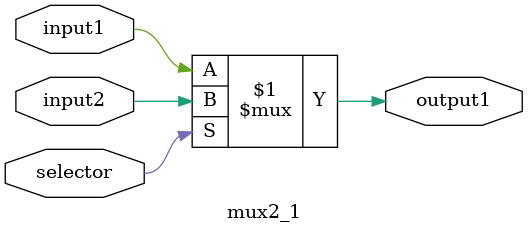
<source format=v>
module mux2_1(  input input1,
                input input2,
                input selector,
                output output1);
  assign output1 = selector ? input2 : input1;
endmodule
</source>
